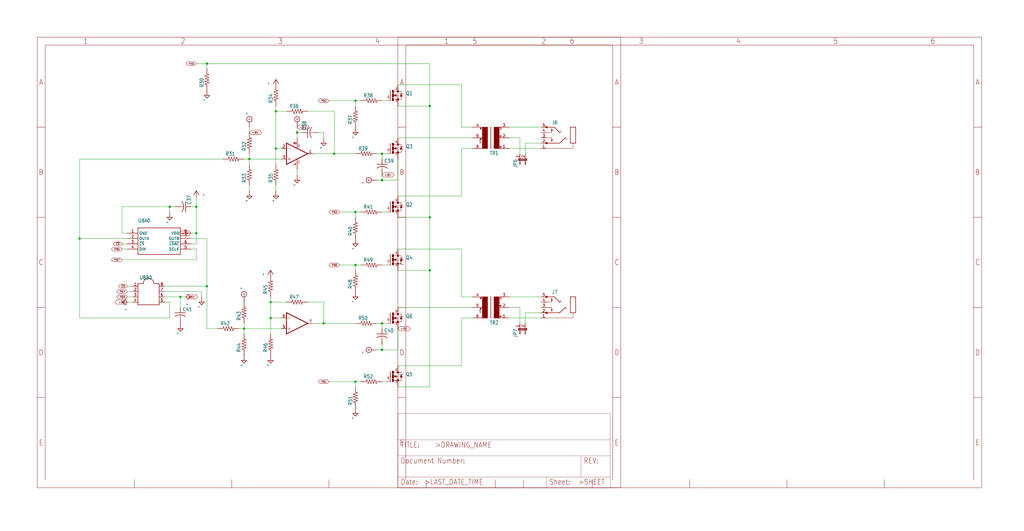
<source format=kicad_sch>
(kicad_sch (version 20211123) (generator eeschema)
  (paper "User" 490.22 254.406)
  (lib_symbols
    (symbol "mk312-eagle-import:+8V" (power)
      (property "Value" "+8V" (at -1.905 3.175 0))
      (symbol "+8V_1_0"
        (polyline (pts (xy -0.635 1.27) (xy 0.635 1.27)) (stroke (width 0.1524)))
        (polyline (pts (xy 0 0.635) (xy 0 1.905)) (stroke (width 0.1524)))
        (circle (center 0 1.27) (radius 1.27) (stroke (width 0.254)))
        (pin power_in line (at 0 -2.54 90) (length 2.54) (name "+8V") (number "1"))
      )
    )
    (symbol "mk312-eagle-import:+9V" (power)
      (property "Value" "+9V" (at -1.905 3.175 0))
      (symbol "+9V_1_0"
        (polyline (pts (xy -0.635 1.27) (xy 0.635 1.27)) (stroke (width 0.1524)))
        (polyline (pts (xy 0 0.635) (xy 0 1.905)) (stroke (width 0.1524)))
        (circle (center 0 1.27) (radius 1.27) (stroke (width 0.254)))
        (pin power_in line (at 0 -2.54 90) (length 2.54) (name "+9V") (number "1"))
      )
    )
    (symbol "mk312-eagle-import:42T?L"
      (property "Reference" "TR" (at -2.54 6.35 0))
      (property "Value" "42T?L" (at -2.54 -8.763 0))
      (symbol "42T?L_1_0"
        (circle (center -3.429 -0.762) (radius 0.127) (stroke (width 0.3048)))
        (circle (center -3.429 4.318) (radius 0.127) (stroke (width 0.3048)))
        (rectangle (start -2.794 -5.1308) (end -0.254 5.1308) (fill (type outline)))
        (polyline (pts (xy 1.27 5.207) (xy 1.27 -5.207)) (stroke (width 0.254)))
        (rectangle (start 2.794 -5.1308) (end 5.334 5.1308) (fill (type outline)))
        (circle (center 6.096 -4.445) (radius 0.127) (stroke (width 0.3048)))
        (circle (center 6.096 0.635) (radius 0.127) (stroke (width 0.3048)))
        (text "P" (at -4.191 -3.429 0) (effects (font (size 1.27 1.0795)) (justify left bottom)))
        (text "S" (at 5.715 2.667 0) (effects (font (size 1.27 1.0795)) (justify left bottom)))
        (pin passive line (at -7.62 5.08 0) (length 5.08) (name "1") (number "1"))
        (pin passive line (at -7.62 0 0) (length 5.08) (name "2") (number "2"))
        (pin passive line (at -7.62 -5.08 0) (length 5.08) (name "3") (number "3"))
        (pin passive line (at 10.16 -5.08 180) (length 5.08) (name "4") (number "4"))
        (pin passive line (at 10.16 0 180) (length 5.08) (name "5") (number "5"))
        (pin passive line (at 10.16 5.08 180) (length 5.08) (name "6") (number "6"))
      )
    )
    (symbol "mk312-eagle-import:C-US025-024X044"
      (property "Reference" "C" (at 1.016 0.635 0))
      (property "Value" "C-US025-024X044" (at 1.016 -4.191 0))
      (symbol "C-US025-024X044_1_0"
        (arc (start 0 -1.0161) (mid -1.302 -1.2303) (end -2.4668 -1.8504) (stroke (width 0.254)))
        (polyline (pts (xy -2.54 0) (xy 2.54 0)) (stroke (width 0.254)))
        (polyline (pts (xy 0 -1.016) (xy 0 -2.54)) (stroke (width 0.1524)))
        (arc (start 2.4892 -1.8542) (mid 1.3158 -1.2195) (end 0 -1) (stroke (width 0.254)))
        (pin passive line (at 0 2.54 270) (length 2.54) (name "1") (number "1"))
        (pin passive line (at 0 -5.08 90) (length 2.54) (name "2") (number "2"))
      )
    )
    (symbol "mk312-eagle-import:DIL8S"
      (property "Reference" "IC" (at -4.445 4.445 0))
      (property "Value" "DIL8S" (at -4.445 -8.89 0))
      (symbol "DIL8S_1_0"
        (polyline (pts (xy -5.08 -6.35) (xy 5.08 -6.35)) (stroke (width 0.254)))
        (polyline (pts (xy -5.08 3.81) (xy -5.08 -6.35)) (stroke (width 0.254)))
        (polyline (pts (xy -5.08 3.81) (xy -2.54 3.81)) (stroke (width 0.254)))
        (polyline (pts (xy 5.08 -6.35) (xy 5.08 3.81)) (stroke (width 0.254)))
        (polyline (pts (xy 5.08 3.81) (xy 2.54 3.81)) (stroke (width 0.254)))
        (arc (start 2.54 3.81) (mid 0 6.35) (end -2.54 3.81) (stroke (width 0.254)))
        (pin passive line (at -7.62 2.54 0) (length 2.54) (name "1") (number "1"))
        (pin passive line (at -7.62 0 0) (length 2.54) (name "2") (number "2"))
        (pin passive line (at -7.62 -2.54 0) (length 2.54) (name "3") (number "3"))
        (pin passive line (at -7.62 -5.08 0) (length 2.54) (name "4") (number "4"))
        (pin passive line (at 7.62 -5.08 180) (length 2.54) (name "5") (number "5"))
        (pin passive line (at 7.62 -2.54 180) (length 2.54) (name "6") (number "6"))
        (pin passive line (at 7.62 0 180) (length 2.54) (name "7") (number "7"))
        (pin passive line (at 7.62 2.54 180) (length 2.54) (name "8") (number "8"))
      )
    )
    (symbol "mk312-eagle-import:FRAME_A_L"
      (symbol "FRAME_A_L_0_0"
        (polyline (pts (xy 0 43.18) (xy 3.81 43.18)))
        (polyline (pts (xy 0 86.36) (xy 3.81 86.36)))
        (polyline (pts (xy 0 129.54) (xy 3.81 129.54)))
        (polyline (pts (xy 0 172.72) (xy 3.81 172.72)))
        (polyline (pts (xy 3.81 3.81) (xy 3.81 212.09)))
        (polyline (pts (xy 46.5667 0) (xy 46.5667 3.81)))
        (polyline (pts (xy 93.1333 0) (xy 93.1333 3.81)))
        (polyline (pts (xy 139.7 0) (xy 139.7 3.81)))
        (polyline (pts (xy 186.2667 0) (xy 186.2667 3.81)))
        (polyline (pts (xy 232.8333 0) (xy 232.8333 3.81)))
        (polyline (pts (xy 275.59 3.81) (xy 275.59 212.09)))
        (polyline (pts (xy 275.59 43.18) (xy 279.4 43.18)))
        (polyline (pts (xy 275.59 86.36) (xy 279.4 86.36)))
        (polyline (pts (xy 275.59 129.54) (xy 279.4 129.54)))
        (polyline (pts (xy 275.59 172.72) (xy 279.4 172.72)))
        (polyline (pts (xy 275.59 212.09) (xy 3.81 212.09)))
        (polyline (pts (xy 0 0) (xy 279.4 0) (xy 279.4 215.9) (xy 0 215.9) (xy 0 0)))
        (text "1" (at 23.2833 213.995 0) (effects (font (size 2.54 2.286))))
        (text "2" (at 69.85 213.995 0) (effects (font (size 2.54 2.286))))
        (text "3" (at 116.4167 213.995 0) (effects (font (size 2.54 2.286))))
        (text "4" (at 162.9833 213.995 0) (effects (font (size 2.54 2.286))))
        (text "5" (at 209.55 213.995 0) (effects (font (size 2.54 2.286))))
        (text "6" (at 256.1167 213.995 0) (effects (font (size 2.54 2.286))))
        (text "A" (at 1.905 194.31 0) (effects (font (size 2.54 2.286))))
        (text "A" (at 277.495 194.31 0) (effects (font (size 2.54 2.286))))
        (text "B" (at 1.905 151.13 0) (effects (font (size 2.54 2.286))))
        (text "B" (at 277.495 151.13 0) (effects (font (size 2.54 2.286))))
        (text "C" (at 1.905 107.95 0) (effects (font (size 2.54 2.286))))
        (text "C" (at 277.495 107.95 0) (effects (font (size 2.54 2.286))))
        (text "D" (at 1.905 64.77 0) (effects (font (size 2.54 2.286))))
        (text "D" (at 277.495 64.77 0) (effects (font (size 2.54 2.286))))
        (text "E" (at 1.905 21.59 0) (effects (font (size 2.54 2.286))))
        (text "E" (at 277.495 21.59 0) (effects (font (size 2.54 2.286))))
      )
      (symbol "FRAME_A_L_2_0"
        (polyline (pts (xy 0 0) (xy 0 5.08)) (stroke (width 0.1016)))
        (polyline (pts (xy 0 0) (xy 71.12 0)) (stroke (width 0.1016)))
        (polyline (pts (xy 0 5.08) (xy 0 15.24)) (stroke (width 0.1016)))
        (polyline (pts (xy 0 5.08) (xy 71.12 5.08)) (stroke (width 0.1016)))
        (polyline (pts (xy 0 15.24) (xy 0 22.86)) (stroke (width 0.1016)))
        (polyline (pts (xy 0 22.86) (xy 0 35.56)) (stroke (width 0.1016)))
        (polyline (pts (xy 0 22.86) (xy 101.6 22.86)) (stroke (width 0.1016)))
        (polyline (pts (xy 71.12 0) (xy 101.6 0)) (stroke (width 0.1016)))
        (polyline (pts (xy 71.12 5.08) (xy 71.12 0)) (stroke (width 0.1016)))
        (polyline (pts (xy 71.12 5.08) (xy 87.63 5.08)) (stroke (width 0.1016)))
        (polyline (pts (xy 87.63 5.08) (xy 101.6 5.08)) (stroke (width 0.1016)))
        (polyline (pts (xy 87.63 15.24) (xy 0 15.24)) (stroke (width 0.1016)))
        (polyline (pts (xy 87.63 15.24) (xy 87.63 5.08)) (stroke (width 0.1016)))
        (polyline (pts (xy 101.6 5.08) (xy 101.6 0)) (stroke (width 0.1016)))
        (polyline (pts (xy 101.6 15.24) (xy 87.63 15.24)) (stroke (width 0.1016)))
        (polyline (pts (xy 101.6 15.24) (xy 101.6 5.08)) (stroke (width 0.1016)))
        (polyline (pts (xy 101.6 22.86) (xy 101.6 15.24)) (stroke (width 0.1016)))
        (polyline (pts (xy 101.6 35.56) (xy 0 35.56)) (stroke (width 0.1016)))
        (polyline (pts (xy 101.6 35.56) (xy 101.6 22.86)) (stroke (width 0.1016)))
        (text ">DRAWING_NAME" (at 17.78 19.05 0) (effects (font (size 2.54 2.159)) (justify left bottom)))
        (text ">LAST_DATE_TIME" (at 12.7 1.27 0) (effects (font (size 2.54 2.159)) (justify left bottom)))
        (text ">SHEET" (at 86.36 1.27 0) (effects (font (size 2.54 2.159)) (justify left bottom)))
        (text "Date:" (at 1.27 1.27 0) (effects (font (size 2.54 2.159)) (justify left bottom)))
        (text "Document Number:" (at 1.27 11.43 0) (effects (font (size 2.54 2.159)) (justify left bottom)))
        (text "REV:" (at 88.9 11.43 0) (effects (font (size 2.54 2.159)) (justify left bottom)))
        (text "Sheet:" (at 72.39 1.27 0) (effects (font (size 2.54 2.159)) (justify left bottom)))
        (text "TITLE:" (at 1.27 19.05 0) (effects (font (size 2.54 2.159)) (justify left bottom)))
      )
    )
    (symbol "mk312-eagle-import:GND" (power)
      (property "Value" "GND" (at -1.905 -3.175 0))
      (symbol "GND_1_0"
        (polyline (pts (xy -1.27 0) (xy 1.27 0)) (stroke (width 0.254)))
        (polyline (pts (xy 0 -1.27) (xy -1.27 0)) (stroke (width 0.254)))
        (polyline (pts (xy 1.27 0) (xy 0 -1.27)) (stroke (width 0.254)))
        (pin power_in line (at 0 2.54 270) (length 2.54) (name "GND") (number "1"))
      )
    )
    (symbol "mk312-eagle-import:IRL530N-V"
      (property "Reference" "Q" (at 6.35 0 0))
      (property "Value" "IRL530N-V" (at 6.35 -2.54 0))
      (symbol "IRL530N-V_1_0"
        (rectangle (start -0.254 -2.54) (end 0.508 -1.27) (fill (type outline)))
        (rectangle (start -0.254 -0.889) (end 0.508 0.889) (fill (type outline)))
        (rectangle (start -0.254 1.27) (end 0.508 2.54) (fill (type outline)))
        (polyline (pts (xy -1.1176 -2.54) (xy -2.54 -2.54)) (stroke (width 0.1524)))
        (polyline (pts (xy -1.1176 2.413) (xy -1.1176 -2.54)) (stroke (width 0.254)))
        (polyline (pts (xy 0.508 -1.905) (xy 2.54 -1.905)) (stroke (width 0.1524)))
        (polyline (pts (xy 0.508 0) (xy 1.778 -0.508)) (stroke (width 0.1524)))
        (polyline (pts (xy 0.762 0) (xy 1.651 -0.254)) (stroke (width 0.3048)))
        (polyline (pts (xy 1.651 -0.254) (xy 1.651 0)) (stroke (width 0.3048)))
        (polyline (pts (xy 1.651 0) (xy 1.397 0)) (stroke (width 0.3048)))
        (polyline (pts (xy 1.651 0) (xy 2.54 0)) (stroke (width 0.1524)))
        (polyline (pts (xy 1.651 0.254) (xy 0.762 0)) (stroke (width 0.3048)))
        (polyline (pts (xy 1.778 -0.508) (xy 1.778 0.508)) (stroke (width 0.1524)))
        (polyline (pts (xy 1.778 0.508) (xy 0.508 0)) (stroke (width 0.1524)))
        (polyline (pts (xy 2.54 -1.905) (xy 2.54 -2.54)) (stroke (width 0.1524)))
        (polyline (pts (xy 2.54 0) (xy 2.54 -1.905)) (stroke (width 0.1524)))
        (polyline (pts (xy 2.54 1.905) (xy 0.5334 1.905)) (stroke (width 0.1524)))
        (polyline (pts (xy 2.54 1.905) (xy 4.1275 1.905)) (stroke (width 0.1524)))
        (polyline (pts (xy 2.54 2.54) (xy 2.54 1.905)) (stroke (width 0.1524)))
        (polyline (pts (xy 3.4925 0.762) (xy 3.2385 0.508)) (stroke (width 0.1524)))
        (polyline (pts (xy 3.4925 0.762) (xy 4.1275 0.762)) (stroke (width 0.1524)))
        (polyline (pts (xy 3.5719 -0.4763) (xy 4.1275 -0.4763)) (stroke (width 0.1524)))
        (polyline (pts (xy 4.1275 -1.905) (xy 2.54 -1.905)) (stroke (width 0.1524)))
        (polyline (pts (xy 4.1275 -0.4763) (xy 4.1275 -1.905)) (stroke (width 0.1524)))
        (polyline (pts (xy 4.1275 -0.4763) (xy 4.6831 -0.4763)) (stroke (width 0.1524)))
        (polyline (pts (xy 4.1275 0.762) (xy 3.5719 -0.4763)) (stroke (width 0.1524)))
        (polyline (pts (xy 4.1275 0.762) (xy 4.7625 0.762)) (stroke (width 0.1524)))
        (polyline (pts (xy 4.1275 1.905) (xy 4.1275 0.762)) (stroke (width 0.1524)))
        (polyline (pts (xy 4.6831 -0.4763) (xy 4.1275 0.762)) (stroke (width 0.1524)))
        (polyline (pts (xy 4.7625 0.762) (xy 5.0165 1.016)) (stroke (width 0.1524)))
        (polyline (pts (xy 4.1275 0.635) (xy 3.6513 -0.3969) (xy 4.6038 -0.3969)) (fill (type outline)))
        (circle (center 2.54 -1.905) (radius 0.127) (stroke (width 0.4064)))
        (circle (center 2.54 1.905) (radius 0.127) (stroke (width 0.4064)))
        (text "D" (at 1.27 2.54 0) (effects (font (size 1.016 0.8636)) (justify left bottom)))
        (text "G" (at -2.54 -1.27 0) (effects (font (size 1.016 0.8636)) (justify left bottom)))
        (text "S" (at 1.27 -3.175 0) (effects (font (size 1.016 0.8636)) (justify left bottom)))
        (pin passive line (at -2.54 -2.54 0) (length 0) (name "G") (number "1"))
        (pin passive line (at 2.54 5.08 270) (length 2.54) (name "D") (number "2"))
        (pin passive line (at 2.54 -5.08 90) (length 2.54) (name "S") (number "3"))
      )
    )
    (symbol "mk312-eagle-import:JP1E"
      (property "Reference" "JP" (at -1.27 0 90))
      (property "Value" "JP1E" (at 5.715 0 90))
      (symbol "JP1E_1_0"
        (polyline (pts (xy -0.635 0) (xy 3.175 0)) (stroke (width 0.4064)))
        (polyline (pts (xy -0.635 0.635) (xy -0.635 0)) (stroke (width 0.4064)))
        (polyline (pts (xy 0 0) (xy 0 1.27)) (stroke (width 0.1524)))
        (polyline (pts (xy 0 2.54) (xy 0 1.27)) (stroke (width 0.4064)))
        (polyline (pts (xy 2.54 0) (xy 2.54 1.27)) (stroke (width 0.1524)))
        (polyline (pts (xy 2.54 2.54) (xy 2.54 1.27)) (stroke (width 0.4064)))
        (polyline (pts (xy 3.175 0) (xy 3.175 0.635)) (stroke (width 0.4064)))
        (polyline (pts (xy 3.175 0.635) (xy -0.635 0.635)) (stroke (width 0.4064)))
        (pin passive line (at 0 -2.54 90) (length 2.54) (name "1") (number "1"))
        (pin passive line (at 2.54 -2.54 90) (length 2.54) (name "2") (number "2"))
      )
    )
    (symbol "mk312-eagle-import:LM358N"
      (symbol "LM358N_1_0"
        (polyline (pts (xy -5.08 -5.08) (xy 5.08 0)) (stroke (width 0.4064)))
        (polyline (pts (xy -5.08 5.08) (xy -5.08 -5.08)) (stroke (width 0.4064)))
        (polyline (pts (xy -4.445 -2.54) (xy -3.175 -2.54)) (stroke (width 0.1524)))
        (polyline (pts (xy -4.445 2.54) (xy -3.175 2.54)) (stroke (width 0.1524)))
        (polyline (pts (xy -3.81 3.175) (xy -3.81 1.905)) (stroke (width 0.1524)))
        (polyline (pts (xy 5.08 0) (xy -5.08 5.08)) (stroke (width 0.4064)))
        (pin output line (at 7.62 0 180) (length 2.54) (name "OUT") (number "1"))
        (pin input line (at -7.62 -2.54 0) (length 2.54) (name "-IN") (number "2"))
        (pin input line (at -7.62 2.54 0) (length 2.54) (name "+IN") (number "3"))
      )
      (symbol "LM358N_2_0"
        (polyline (pts (xy -5.08 -5.08) (xy 5.08 0)) (stroke (width 0.4064)))
        (polyline (pts (xy -5.08 5.08) (xy -5.08 -5.08)) (stroke (width 0.4064)))
        (polyline (pts (xy -4.445 -2.54) (xy -3.175 -2.54)) (stroke (width 0.1524)))
        (polyline (pts (xy -4.445 2.54) (xy -3.175 2.54)) (stroke (width 0.1524)))
        (polyline (pts (xy -3.81 3.175) (xy -3.81 1.905)) (stroke (width 0.1524)))
        (polyline (pts (xy 5.08 0) (xy -5.08 5.08)) (stroke (width 0.4064)))
        (pin input line (at -7.62 2.54 0) (length 2.54) (name "+IN") (number "5"))
        (pin input line (at -7.62 -2.54 0) (length 2.54) (name "-IN") (number "6"))
        (pin output line (at 7.62 0 180) (length 2.54) (name "OUT") (number "7"))
      )
      (symbol "LM358N_3_0"
        (text "V+" (at 1.27 3.175 900) (effects (font (size 0.8128 0.6908)) (justify left bottom)))
        (text "V-" (at 1.27 -4.445 900) (effects (font (size 0.8128 0.6908)) (justify left bottom)))
        (pin power_in line (at 0 -7.62 90) (length 5.08) (name "V-") (number "4"))
        (pin power_in line (at 0 7.62 270) (length 5.08) (name "V+") (number "8"))
      )
    )
    (symbol "mk312-eagle-import:MAX548"
      (property "Value" "MAX548" (at -7.62 7.62 0))
      (symbol "MAX548_1_0"
        (polyline (pts (xy -7.62 -7.62) (xy -7.62 5.08)) (stroke (width 0.254)))
        (polyline (pts (xy -7.62 5.08) (xy 12.7 5.08)) (stroke (width 0.254)))
        (polyline (pts (xy 12.7 -7.62) (xy -7.62 -7.62)) (stroke (width 0.254)))
        (polyline (pts (xy 12.7 5.08) (xy 12.7 -7.62)) (stroke (width 0.254)))
        (pin bidirectional line (at -12.7 2.54 0) (length 5.08) (name "GND") (number "1"))
        (pin bidirectional line (at -12.7 0 0) (length 5.08) (name "OUTA") (number "2"))
        (pin bidirectional line (at -12.7 -2.54 0) (length 5.08) (name "~{CS}") (number "3"))
        (pin bidirectional line (at -12.7 -5.08 0) (length 5.08) (name "DIN") (number "4"))
        (pin bidirectional line (at 17.78 -5.08 180) (length 5.08) (name "SCLK") (number "5"))
        (pin bidirectional line (at 17.78 -2.54 180) (length 5.08) (name "~{LDAC}") (number "6"))
        (pin bidirectional line (at 17.78 0 180) (length 5.08) (name "OUTB") (number "7"))
        (pin bidirectional line (at 17.78 2.54 180) (length 5.08) (name "VDD") (number "8"))
      )
    )
    (symbol "mk312-eagle-import:R-US_0207{slash}10"
      (property "Reference" "R" (at -3.81 1.4986 0))
      (property "Value" "R-US_0207{slash}10" (at -3.81 -3.302 0))
      (symbol "R-US_0207{slash}10_1_0"
        (polyline (pts (xy -2.54 0) (xy -2.159 1.016)) (stroke (width 0.2032)))
        (polyline (pts (xy -2.159 1.016) (xy -1.524 -1.016)) (stroke (width 0.2032)))
        (polyline (pts (xy -1.524 -1.016) (xy -0.889 1.016)) (stroke (width 0.2032)))
        (polyline (pts (xy -0.889 1.016) (xy -0.254 -1.016)) (stroke (width 0.2032)))
        (polyline (pts (xy -0.254 -1.016) (xy 0.381 1.016)) (stroke (width 0.2032)))
        (polyline (pts (xy 0.381 1.016) (xy 1.016 -1.016)) (stroke (width 0.2032)))
        (polyline (pts (xy 1.016 -1.016) (xy 1.651 1.016)) (stroke (width 0.2032)))
        (polyline (pts (xy 1.651 1.016) (xy 2.286 -1.016)) (stroke (width 0.2032)))
        (polyline (pts (xy 2.286 -1.016) (xy 2.54 0)) (stroke (width 0.2032)))
        (pin passive line (at -5.08 0 0) (length 2.54) (name "1") (number "1"))
        (pin passive line (at 5.08 0 180) (length 2.54) (name "2") (number "2"))
      )
    )
    (symbol "mk312-eagle-import:R-US_0309{slash}12"
      (property "Reference" "R" (at -3.81 1.4986 0))
      (property "Value" "R-US_0309{slash}12" (at -3.81 -3.302 0))
      (symbol "R-US_0309{slash}12_1_0"
        (polyline (pts (xy -2.54 0) (xy -2.159 1.016)) (stroke (width 0.2032)))
        (polyline (pts (xy -2.159 1.016) (xy -1.524 -1.016)) (stroke (width 0.2032)))
        (polyline (pts (xy -1.524 -1.016) (xy -0.889 1.016)) (stroke (width 0.2032)))
        (polyline (pts (xy -0.889 1.016) (xy -0.254 -1.016)) (stroke (width 0.2032)))
        (polyline (pts (xy -0.254 -1.016) (xy 0.381 1.016)) (stroke (width 0.2032)))
        (polyline (pts (xy 0.381 1.016) (xy 1.016 -1.016)) (stroke (width 0.2032)))
        (polyline (pts (xy 1.016 -1.016) (xy 1.651 1.016)) (stroke (width 0.2032)))
        (polyline (pts (xy 1.651 1.016) (xy 2.286 -1.016)) (stroke (width 0.2032)))
        (polyline (pts (xy 2.286 -1.016) (xy 2.54 0)) (stroke (width 0.2032)))
        (pin passive line (at -5.08 0 0) (length 2.54) (name "1") (number "1"))
        (pin passive line (at 5.08 0 180) (length 2.54) (name "2") (number "2"))
      )
    )
    (symbol "mk312-eagle-import:STEREOJACK"
      (property "Reference" "X" (at -7.62 3.81 0))
      (property "Value" "STEREOJACK" (at -7.62 -10.16 0))
      (symbol "STEREOJACK_1_0"
        (circle (center -10.16 -5.08) (radius 0.127) (stroke (width 0.4064)))
        (circle (center -10.16 2.54) (radius 0.127) (stroke (width 0.4064)))
        (polyline (pts (xy -10.16 -5.08) (xy -3.81 -5.08)) (stroke (width 0.254)))
        (polyline (pts (xy -10.16 -2.54) (xy -7.62 -2.54)) (stroke (width 0.1524)))
        (polyline (pts (xy -10.16 0) (xy -7.62 0)) (stroke (width 0.1524)))
        (polyline (pts (xy -10.16 2.54) (xy -6.35 2.54)) (stroke (width 0.254)))
        (polyline (pts (xy -8.001 -3.429) (xy -7.239 -3.429)) (stroke (width 0.1524)))
        (polyline (pts (xy -8.001 0.762) (xy -7.239 0.762)) (stroke (width 0.1524)))
        (polyline (pts (xy -7.62 -4.445) (xy -8.001 -3.429)) (stroke (width 0.1524)))
        (polyline (pts (xy -7.62 -2.54) (xy -7.62 -4.445)) (stroke (width 0.1524)))
        (polyline (pts (xy -7.62 0) (xy -7.62 1.905)) (stroke (width 0.1524)))
        (polyline (pts (xy -7.62 1.905) (xy -8.001 0.762)) (stroke (width 0.1524)))
        (polyline (pts (xy -7.239 -3.429) (xy -7.62 -4.445)) (stroke (width 0.1524)))
        (polyline (pts (xy -7.239 0.762) (xy -7.62 1.905)) (stroke (width 0.1524)))
        (polyline (pts (xy -6.35 2.54) (xy -3.81 0)) (stroke (width 0.254)))
        (polyline (pts (xy -3.81 0) (xy -3.175 0.635)) (stroke (width 0.254)))
        (polyline (pts (xy -1.27 -2.54) (xy -3.81 -5.08)) (stroke (width 0.254)))
        (polyline (pts (xy -0.635 -3.175) (xy -1.27 -2.54)) (stroke (width 0.254)))
        (polyline (pts (xy 1.27 -5.08) (xy 1.27 2.54)) (stroke (width 0.254)))
        (polyline (pts (xy 1.27 -5.08) (xy 2.54 -5.08)) (stroke (width 0.254)))
        (polyline (pts (xy 1.27 2.54) (xy 3.81 2.54)) (stroke (width 0.254)))
        (polyline (pts (xy 2.54 -7.62) (xy -10.16 -7.62)) (stroke (width 0.1524)))
        (polyline (pts (xy 2.54 -5.08) (xy 2.54 -7.62)) (stroke (width 0.1524)))
        (polyline (pts (xy 2.54 -5.08) (xy 3.81 -5.08)) (stroke (width 0.254)))
        (polyline (pts (xy 3.81 -5.08) (xy 3.81 2.54)) (stroke (width 0.254)))
        (pin passive line (at -12.7 -7.62 0) (length 2.54) (name "1") (number "1"))
        (pin passive line (at -12.7 -5.08 0) (length 2.54) (name "2") (number "2"))
        (pin passive line (at -12.7 -2.54 0) (length 2.54) (name "3") (number "3"))
        (pin passive line (at -12.7 0 0) (length 2.54) (name "4") (number "4"))
        (pin passive line (at -12.7 2.54 0) (length 2.54) (name "5") (number "5"))
      )
    )
    (symbol "mk312-eagle-import:VCC" (power)
      (property "Value" "VCC" (at -2.54 -2.54 90))
      (symbol "VCC_1_0"
        (polyline (pts (xy 0 0) (xy -1.27 -1.905)) (stroke (width 0.254)))
        (polyline (pts (xy 1.27 -1.905) (xy 0 0)) (stroke (width 0.254)))
        (pin power_in line (at 0 -2.54 90) (length 2.54) (name "VCC") (number "1"))
      )
    )
  )
  (junction (at 182.88 167.64))
  (junction (at 182.88 86.36))
  (junction (at 132.08 71.12))
  (junction (at 160.02 73.66))
  (junction (at 93.98 111.76))
  (junction (at 170.18 101.6))
  (junction (at 170.18 182.88))
  (junction (at 170.18 48.26))
  (junction (at 182.88 73.66))
  (junction (at 205.74 104.14))
  (junction (at 129.54 144.78))
  (junction (at 170.18 127))
  (junction (at 132.08 53.34))
  (junction (at 205.74 50.8))
  (junction (at 182.88 154.94))
  (junction (at 129.54 152.4))
  (junction (at 142.24 63.5))
  (junction (at 38.1 114.3))
  (junction (at 205.74 129.54))
  (junction (at 86.36 142.24))
  (junction (at 99.06 137.16))
  (junction (at 81.28 99.06))
  (junction (at 116.84 157.48))
  (junction (at 93.98 99.06))
  (junction (at 119.38 76.2))
  (junction (at 99.06 30.48))
  (junction (at 154.94 154.94))
  (wire (pts (xy 220.98 119.38) (xy 220.98 142.24)))
  (wire (pts (xy 205.74 129.54) (xy 190.5 129.54)))
  (wire (pts (xy 99.06 114.3) (xy 99.06 137.16)))
  (wire (pts (xy 99.06 30.48) (xy 205.74 30.48)))
  (wire (pts (xy 170.18 48.26) (xy 172.72 48.26)))
  (wire (pts (xy 60.96 111.76) (xy 58.42 111.76)))
  (wire (pts (xy 137.16 53.34) (xy 132.08 53.34)))
  (wire (pts (xy 93.98 124.46) (xy 93.98 119.38)))
  (wire (pts (xy 116.84 160.02) (xy 116.84 157.48)))
  (wire (pts (xy 226.06 147.32) (xy 190.5 147.32)))
  (wire (pts (xy 149.86 73.66) (xy 160.02 73.66)))
  (wire (pts (xy 248.92 73.66) (xy 248.92 66.04)))
  (wire (pts (xy 58.42 116.84) (xy 60.96 116.84)))
  (wire (pts (xy 129.54 160.02) (xy 129.54 152.4)))
  (wire (pts (xy 144.78 63.5) (xy 142.24 63.5)))
  (wire (pts (xy 182.88 83.82) (xy 182.88 86.36)))
  (wire (pts (xy 182.88 76.2) (xy 182.88 73.66)))
  (wire (pts (xy 180.34 167.64) (xy 182.88 167.64)))
  (wire (pts (xy 119.38 91.44) (xy 119.38 88.9)))
  (wire (pts (xy 132.08 71.12) (xy 134.62 71.12)))
  (wire (pts (xy 182.88 86.36) (xy 180.34 86.36)))
  (wire (pts (xy 182.88 48.26) (xy 185.42 48.26)))
  (wire (pts (xy 149.86 154.94) (xy 154.94 154.94)))
  (wire (pts (xy 104.14 157.48) (xy 99.06 157.48)))
  (wire (pts (xy 170.18 127) (xy 162.56 127)))
  (wire (pts (xy 38.1 114.3) (xy 38.1 76.2)))
  (wire (pts (xy 132.08 50.8) (xy 132.08 53.34)))
  (wire (pts (xy 170.18 101.6) (xy 172.72 101.6)))
  (wire (pts (xy 63.5 142.24) (xy 60.96 142.24)))
  (wire (pts (xy 154.94 154.94) (xy 170.18 154.94)))
  (wire (pts (xy 78.74 144.78) (xy 81.28 144.78)))
  (wire (pts (xy 170.18 50.8) (xy 170.18 48.26)))
  (wire (pts (xy 226.06 66.04) (xy 190.5 66.04)))
  (wire (pts (xy 119.38 76.2) (xy 119.38 73.66)))
  (wire (pts (xy 93.98 111.76) (xy 93.98 99.06)))
  (wire (pts (xy 170.18 101.6) (xy 162.56 101.6)))
  (wire (pts (xy 182.88 127) (xy 185.42 127)))
  (wire (pts (xy 60.96 114.3) (xy 38.1 114.3)))
  (wire (pts (xy 91.44 99.06) (xy 93.98 99.06)))
  (wire (pts (xy 190.5 93.98) (xy 220.98 93.98)))
  (wire (pts (xy 60.96 144.78) (xy 63.5 144.78)))
  (wire (pts (xy 220.98 93.98) (xy 220.98 71.12)))
  (wire (pts (xy 243.84 60.96) (xy 259.08 60.96)))
  (wire (pts (xy 134.62 157.48) (xy 116.84 157.48)))
  (wire (pts (xy 251.46 154.94) (xy 251.46 149.86)))
  (wire (pts (xy 251.46 73.66) (xy 251.46 68.58)))
  (wire (pts (xy 142.24 60.96) (xy 142.24 63.5)))
  (wire (pts (xy 119.38 78.74) (xy 119.38 76.2)))
  (wire (pts (xy 119.38 63.5) (xy 119.38 60.96)))
  (wire (pts (xy 147.32 53.34) (xy 160.02 53.34)))
  (wire (pts (xy 63.5 137.16) (xy 60.96 137.16)))
  (wire (pts (xy 58.42 111.76) (xy 58.42 99.06)))
  (wire (pts (xy 114.3 157.48) (xy 116.84 157.48)))
  (wire (pts (xy 93.98 119.38) (xy 91.44 119.38)))
  (wire (pts (xy 190.5 50.8) (xy 205.74 50.8)))
  (wire (pts (xy 160.02 73.66) (xy 170.18 73.66)))
  (wire (pts (xy 170.18 182.88) (xy 157.48 182.88)))
  (wire (pts (xy 190.5 119.38) (xy 220.98 119.38)))
  (wire (pts (xy 170.18 104.14) (xy 170.18 101.6)))
  (wire (pts (xy 170.18 48.26) (xy 157.48 48.26)))
  (wire (pts (xy 132.08 78.74) (xy 132.08 71.12)))
  (wire (pts (xy 190.5 86.36) (xy 182.88 86.36)))
  (wire (pts (xy 190.5 76.2) (xy 190.5 86.36)))
  (wire (pts (xy 190.5 157.48) (xy 190.5 167.64)))
  (wire (pts (xy 142.24 63.5) (xy 142.24 66.04)))
  (wire (pts (xy 129.54 144.78) (xy 137.16 144.78)))
  (wire (pts (xy 142.24 81.28) (xy 142.24 83.82)))
  (wire (pts (xy 243.84 71.12) (xy 259.08 71.12)))
  (wire (pts (xy 182.88 165.1) (xy 182.88 167.64)))
  (wire (pts (xy 182.88 154.94) (xy 180.34 154.94)))
  (wire (pts (xy 91.44 111.76) (xy 93.98 111.76)))
  (wire (pts (xy 248.92 154.94) (xy 248.92 147.32)))
  (wire (pts (xy 251.46 149.86) (xy 259.08 149.86)))
  (wire (pts (xy 182.88 101.6) (xy 185.42 101.6)))
  (wire (pts (xy 86.36 147.32) (xy 86.36 142.24)))
  (wire (pts (xy 190.5 175.26) (xy 220.98 175.26)))
  (wire (pts (xy 205.74 185.42) (xy 205.74 129.54)))
  (wire (pts (xy 83.82 99.06) (xy 81.28 99.06)))
  (wire (pts (xy 185.42 154.94) (xy 182.88 154.94)))
  (wire (pts (xy 132.08 53.34) (xy 132.08 71.12)))
  (wire (pts (xy 190.5 40.64) (xy 220.98 40.64)))
  (wire (pts (xy 38.1 152.4) (xy 38.1 114.3)))
  (wire (pts (xy 119.38 76.2) (xy 134.62 76.2)))
  (wire (pts (xy 63.5 139.7) (xy 60.96 139.7)))
  (wire (pts (xy 81.28 152.4) (xy 38.1 152.4)))
  (wire (pts (xy 78.74 137.16) (xy 99.06 137.16)))
  (wire (pts (xy 132.08 91.44) (xy 132.08 88.9)))
  (wire (pts (xy 182.88 157.48) (xy 182.88 154.94)))
  (wire (pts (xy 60.96 119.38) (xy 58.42 119.38)))
  (wire (pts (xy 226.06 60.96) (xy 220.98 60.96)))
  (wire (pts (xy 243.84 152.4) (xy 259.08 152.4)))
  (wire (pts (xy 154.94 63.5) (xy 152.4 63.5)))
  (wire (pts (xy 81.28 144.78) (xy 81.28 152.4)))
  (wire (pts (xy 251.46 68.58) (xy 259.08 68.58)))
  (wire (pts (xy 170.18 129.54) (xy 170.18 127)))
  (wire (pts (xy 154.94 144.78) (xy 147.32 144.78)))
  (wire (pts (xy 154.94 66.04) (xy 154.94 63.5)))
  (wire (pts (xy 190.5 185.42) (xy 205.74 185.42)))
  (wire (pts (xy 226.06 71.12) (xy 220.98 71.12)))
  (wire (pts (xy 91.44 116.84) (xy 93.98 116.84)))
  (wire (pts (xy 129.54 152.4) (xy 129.54 144.78)))
  (wire (pts (xy 134.62 152.4) (xy 129.54 152.4)))
  (wire (pts (xy 96.52 139.7) (xy 96.52 142.24)))
  (wire (pts (xy 88.9 142.24) (xy 86.36 142.24)))
  (wire (pts (xy 185.42 73.66) (xy 182.88 73.66)))
  (wire (pts (xy 93.98 99.06) (xy 93.98 93.98)))
  (wire (pts (xy 226.06 152.4) (xy 220.98 152.4)))
  (wire (pts (xy 99.06 33.02) (xy 99.06 30.48)))
  (wire (pts (xy 220.98 40.64) (xy 220.98 60.96)))
  (wire (pts (xy 205.74 104.14) (xy 190.5 104.14)))
  (wire (pts (xy 170.18 182.88) (xy 172.72 182.88)))
  (wire (pts (xy 38.1 76.2) (xy 106.68 76.2)))
  (wire (pts (xy 129.54 142.24) (xy 129.54 144.78)))
  (wire (pts (xy 182.88 73.66) (xy 180.34 73.66)))
  (wire (pts (xy 116.84 157.48) (xy 116.84 154.94)))
  (wire (pts (xy 160.02 53.34) (xy 160.02 73.66)))
  (wire (pts (xy 93.98 30.48) (xy 99.06 30.48)))
  (wire (pts (xy 190.5 167.64) (xy 182.88 167.64)))
  (wire (pts (xy 93.98 116.84) (xy 93.98 111.76)))
  (wire (pts (xy 226.06 142.24) (xy 220.98 142.24)))
  (wire (pts (xy 58.42 99.06) (xy 81.28 99.06)))
  (wire (pts (xy 248.92 147.32) (xy 243.84 147.32)))
  (wire (pts (xy 91.44 114.3) (xy 99.06 114.3)))
  (wire (pts (xy 205.74 129.54) (xy 205.74 104.14)))
  (wire (pts (xy 205.74 50.8) (xy 205.74 104.14)))
  (wire (pts (xy 116.84 76.2) (xy 119.38 76.2)))
  (wire (pts (xy 99.06 137.16) (xy 99.06 157.48)))
  (wire (pts (xy 58.42 124.46) (xy 93.98 124.46)))
  (wire (pts (xy 220.98 175.26) (xy 220.98 152.4)))
  (wire (pts (xy 81.28 99.06) (xy 81.28 101.6)))
  (wire (pts (xy 78.74 139.7) (xy 96.52 139.7)))
  (wire (pts (xy 154.94 144.78) (xy 154.94 154.94)))
  (wire (pts (xy 205.74 30.48) (xy 205.74 50.8)))
  (wire (pts (xy 86.36 142.24) (xy 78.74 142.24)))
  (wire (pts (xy 172.72 127) (xy 170.18 127)))
  (wire (pts (xy 248.92 66.04) (xy 243.84 66.04)))
  (wire (pts (xy 243.84 142.24) (xy 259.08 142.24)))
  (wire (pts (xy 182.88 182.88) (xy 185.42 182.88)))
  (wire (pts (xy 170.18 185.42) (xy 170.18 182.88)))
  (global_label "PB3" (shape bidirectional) (at 162.56 101.6 180) (effects (font (size 0.889 0.889))) (property "Intersheet References" "${INTERSHEET_REFS}" (effects hide)))
  (global_label "~{CS}" (shape bidirectional) (at 58.42 116.84 180) (effects (font (size 0.889 0.889))) (property "Intersheet References" "${INTERSHEET_REFS}" (effects hide)))
  (global_label "+9V" (shape bidirectional) (at 190.5 157.48 0) (effects (font (size 1.016 1.016))) (property "Intersheet References" "${INTERSHEET_REFS}" (effects hide)))
  (global_label "PB2" (shape bidirectional) (at 157.48 48.26 180) (effects (font (size 0.889 0.889))) (property "Intersheet References" "${INTERSHEET_REFS}" (effects hide)))
  (global_label "+5V" (shape bidirectional) (at 91.44 111.76 180) (effects (font (size 1.016 1.016))) (property "Intersheet References" "${INTERSHEET_REFS}" (effects hide)))
  (global_label "+5V" (shape bidirectional) (at 88.9 142.24 0) (effects (font (size 1.016 1.016))) (property "Intersheet References" "${INTERSHEET_REFS}" (effects hide)))
  (global_label "+8V" (shape bidirectional) (at 182.88 83.82 0) (effects (font (size 1.016 1.016))) (property "Intersheet References" "${INTERSHEET_REFS}" (effects hide)))
  (global_label "PB7" (shape bidirectional) (at 60.96 139.7 180) (effects (font (size 0.889 0.889))) (property "Intersheet References" "${INTERSHEET_REFS}" (effects hide)))
  (global_label "+8V" (shape bidirectional) (at 119.38 63.5 0) (effects (font (size 1.016 1.016))) (property "Intersheet References" "${INTERSHEET_REFS}" (effects hide)))
  (global_label "PB0" (shape bidirectional) (at 162.56 127 180) (effects (font (size 0.889 0.889))) (property "Intersheet References" "${INTERSHEET_REFS}" (effects hide)))
  (global_label "PB5" (shape bidirectional) (at 60.96 142.24 180) (effects (font (size 0.889 0.889))) (property "Intersheet References" "${INTERSHEET_REFS}" (effects hide)))
  (global_label "PB5" (shape bidirectional) (at 58.42 119.38 180) (effects (font (size 0.889 0.889))) (property "Intersheet References" "${INTERSHEET_REFS}" (effects hide)))
  (global_label "+5V" (shape bidirectional) (at 60.96 144.78 180) (effects (font (size 1.016 1.016))) (property "Intersheet References" "${INTERSHEET_REFS}" (effects hide)))
  (global_label "PB1" (shape bidirectional) (at 157.48 182.88 180) (effects (font (size 0.889 0.889))) (property "Intersheet References" "${INTERSHEET_REFS}" (effects hide)))
  (global_label "+8V" (shape bidirectional) (at 142.24 60.96 0) (effects (font (size 1.016 1.016))) (property "Intersheet References" "${INTERSHEET_REFS}" (effects hide)))
  (global_label "~{CS}" (shape bidirectional) (at 60.96 137.16 180) (effects (font (size 0.889 0.889))) (property "Intersheet References" "${INTERSHEET_REFS}" (effects hide)))
  (global_label "PA0" (shape bidirectional) (at 93.98 30.48 180) (effects (font (size 0.889 0.889))) (property "Intersheet References" "${INTERSHEET_REFS}" (effects hide)))
  (global_label "PB7" (shape bidirectional) (at 58.42 124.46 180) (effects (font (size 0.889 0.889))) (property "Intersheet References" "${INTERSHEET_REFS}" (effects hide)))
  (symbol (lib_id "mk312-eagle-import:IRL530N-V") (at 187.96 152.4 0) (unit 1)
    (property "Reference" "Q6" (at 194.31 152.4 0) (effects (font (size 1.778 1.5113)) (justify left bottom)))
  )
  (symbol (lib_id "mk312-eagle-import:GND") (at 129.54 172.72 0) (unit 1)
    (property "Reference" "#GND14" (effects hide))
  )
  (symbol (lib_id "mk312-eagle-import:R-US_0207{slash}10") (at 177.8 182.88 0) (unit 1)
    (property "Reference" "R52" (at 173.99 181.3814 0) (effects (font (size 1.778 1.5113)) (justify left bottom)))
  )
  (symbol (lib_id "mk312-eagle-import:R-US_0207{slash}10") (at 111.76 76.2 0) (unit 1)
    (property "Reference" "R31" (at 107.95 74.7014 0) (effects (font (size 1.778 1.5113)) (justify left bottom)))
  )
  (symbol (lib_id "mk312-eagle-import:IRL530N-V") (at 187.96 71.12 0) (unit 1)
    (property "Reference" "Q3" (at 194.31 71.12 0) (effects (font (size 1.778 1.5113)) (justify left bottom)))
  )
  (symbol (lib_id "mk312-eagle-import:C-US025-024X044") (at 88.9 99.06 270) (mirror x) (unit 1)
    (property "Reference" "C37" (at 89.535 98.044 0) (effects (font (size 1.778 1.5113)) (justify left bottom)))
  )
  (symbol (lib_id "mk312-eagle-import:GND") (at 170.18 116.84 0) (unit 1)
    (property "Reference" "#GND6" (effects hide))
  )
  (symbol (lib_id "mk312-eagle-import:FRAME_A_L") (at 17.78 233.68 0) (unit 1)
    (property "Reference" "#FRAME4" (effects hide))
  )
  (symbol (lib_id "mk312-eagle-import:42T?L") (at 236.22 66.04 180) (unit 1)
    (property "Reference" "TR1" (at 238.76 72.39 0) (effects (font (size 1.778 1.5113)) (justify left bottom)))
  )
  (symbol (lib_id "mk312-eagle-import:R-US_0207{slash}10") (at 177.8 101.6 0) (unit 1)
    (property "Reference" "R41" (at 173.99 100.1014 0) (effects (font (size 1.778 1.5113)) (justify left bottom)))
  )
  (symbol (lib_id "mk312-eagle-import:JP1E") (at 248.92 76.2 0) (mirror x) (unit 1)
    (property "Reference" "JP6" (at 247.65 76.2 90) (effects (font (size 1.778 1.5113)) (justify left bottom)))
  )
  (symbol (lib_id "mk312-eagle-import:R-US_0309{slash}12") (at 99.06 38.1 90) (unit 1)
    (property "Reference" "R30" (at 97.5614 41.91 0) (effects (font (size 1.778 1.5113)) (justify left bottom)))
  )
  (symbol (lib_id "mk312-eagle-import:GND") (at 81.28 104.14 0) (unit 1)
    (property "Reference" "#GND80" (effects hide))
  )
  (symbol (lib_id "mk312-eagle-import:LM358N") (at 142.24 73.66 0) (unit 3)
    (property "Reference" "U10" (effects hide))
  )
  (symbol (lib_id "mk312-eagle-import:GND") (at 119.38 93.98 0) (unit 1)
    (property "Reference" "#GND10" (effects hide))
  )
  (symbol (lib_id "mk312-eagle-import:GND") (at 132.08 93.98 0) (unit 1)
    (property "Reference" "#GND11" (effects hide))
  )
  (symbol (lib_id "mk312-eagle-import:MAX548") (at 73.66 114.3 0) (unit 1)
    (property "Reference" "U8A0" (at 66.04 106.68 0) (effects (font (size 1.778 1.5113)) (justify left bottom)))
  )
  (symbol (lib_id "mk312-eagle-import:GND") (at 116.84 172.72 0) (unit 1)
    (property "Reference" "#GND13" (effects hide))
  )
  (symbol (lib_id "mk312-eagle-import:IRL530N-V") (at 187.96 45.72 0) (unit 1)
    (property "Reference" "Q1" (at 194.31 45.72 0) (effects (font (size 1.778 1.5113)) (justify left bottom)))
  )
  (symbol (lib_id "mk312-eagle-import:R-US_0207{slash}10") (at 116.84 149.86 90) (unit 1)
    (property "Reference" "R43" (at 115.3414 153.67 0) (effects (font (size 1.778 1.5113)) (justify left bottom)))
  )
  (symbol (lib_id "mk312-eagle-import:R-US_0207{slash}10") (at 129.54 137.16 90) (unit 1)
    (property "Reference" "R45" (at 128.0414 140.97 0) (effects (font (size 1.778 1.5113)) (justify left bottom)))
  )
  (symbol (lib_id "mk312-eagle-import:IRL530N-V") (at 187.96 180.34 0) (unit 1)
    (property "Reference" "Q5" (at 194.31 180.34 0) (effects (font (size 1.778 1.5113)) (justify left bottom)))
  )
  (symbol (lib_id "mk312-eagle-import:GND") (at 86.36 157.48 0) (unit 1)
    (property "Reference" "#GND24" (effects hide))
  )
  (symbol (lib_id "mk312-eagle-import:GND") (at 170.18 198.12 0) (unit 1)
    (property "Reference" "#GND15" (effects hide))
  )
  (symbol (lib_id "mk312-eagle-import:R-US_0207{slash}10") (at 109.22 157.48 0) (unit 1)
    (property "Reference" "R42" (at 105.41 155.9814 0) (effects (font (size 1.778 1.5113)) (justify left bottom)))
  )
  (symbol (lib_id "mk312-eagle-import:IRL530N-V") (at 187.96 124.46 0) (unit 1)
    (property "Reference" "Q4" (at 194.31 124.46 0) (effects (font (size 1.778 1.5113)) (justify left bottom)))
  )
  (symbol (lib_id "mk312-eagle-import:VCC") (at 132.08 38.1 0) (unit 1)
    (property "Reference" "#P+3" (effects hide))
  )
  (symbol (lib_id "mk312-eagle-import:R-US_0207{slash}10") (at 170.18 134.62 90) (unit 1)
    (property "Reference" "R48" (at 168.6814 138.43 0) (effects (font (size 1.778 1.5113)) (justify left bottom)))
  )
  (symbol (lib_id "mk312-eagle-import:C-US025-024X044") (at 182.88 160.02 0) (unit 1)
    (property "Reference" "C40" (at 183.896 159.385 0) (effects (font (size 1.778 1.5113)) (justify left bottom)))
  )
  (symbol (lib_id "mk312-eagle-import:C-US025-024X044") (at 182.88 78.74 0) (unit 1)
    (property "Reference" "C39" (at 183.896 78.105 0) (effects (font (size 1.778 1.5113)) (justify left bottom)))
  )
  (symbol (lib_id "mk312-eagle-import:+8V") (at 177.8 86.36 90) (unit 1)
    (property "Reference" "#SUPPLY2" (effects hide))
  )
  (symbol (lib_id "mk312-eagle-import:R-US_0207{slash}10") (at 119.38 83.82 90) (unit 1)
    (property "Reference" "R33" (at 117.8814 87.63 0) (effects (font (size 1.778 1.5113)) (justify left bottom)))
  )
  (symbol (lib_id "mk312-eagle-import:R-US_0207{slash}10") (at 170.18 109.22 90) (unit 1)
    (property "Reference" "R40" (at 168.6814 113.03 0) (effects (font (size 1.778 1.5113)) (justify left bottom)))
  )
  (symbol (lib_id "mk312-eagle-import:IRL530N-V") (at 187.96 99.06 0) (unit 1)
    (property "Reference" "Q2" (at 194.31 99.06 0) (effects (font (size 1.778 1.5113)) (justify left bottom)))
  )
  (symbol (lib_id "mk312-eagle-import:VCC") (at 129.54 129.54 0) (unit 1)
    (property "Reference" "#P+8" (effects hide))
  )
  (symbol (lib_id "mk312-eagle-import:GND") (at 154.94 68.58 0) (unit 1)
    (property "Reference" "#GND79" (effects hide))
  )
  (symbol (lib_id "mk312-eagle-import:GND") (at 170.18 142.24 0) (unit 1)
    (property "Reference" "#GND12" (effects hide))
  )
  (symbol (lib_id "mk312-eagle-import:R-US_0207{slash}10") (at 142.24 53.34 0) (unit 1)
    (property "Reference" "R36" (at 138.43 51.8414 0) (effects (font (size 1.778 1.5113)) (justify left bottom)))
  )
  (symbol (lib_id "mk312-eagle-import:C-US025-024X044") (at 86.36 149.86 0) (unit 1)
    (property "Reference" "C41" (at 87.376 149.225 0) (effects (font (size 1.778 1.5113)) (justify left bottom)))
  )
  (symbol (lib_id "mk312-eagle-import:R-US_0207{slash}10") (at 129.54 165.1 90) (unit 1)
    (property "Reference" "R46" (at 128.0414 168.91 0) (effects (font (size 1.778 1.5113)) (justify left bottom)))
  )
  (symbol (lib_id "mk312-eagle-import:VCC") (at 91.44 142.24 270) (mirror x) (unit 1)
    (property "Reference" "#P+32" (effects hide))
  )
  (symbol (lib_id "mk312-eagle-import:R-US_0207{slash}10") (at 132.08 83.82 90) (unit 1)
    (property "Reference" "R35" (at 130.5814 87.63 0) (effects (font (size 1.778 1.5113)) (justify left bottom)))
  )
  (symbol (lib_id "mk312-eagle-import:R-US_0207{slash}10") (at 175.26 73.66 0) (unit 1)
    (property "Reference" "R39" (at 171.45 72.1614 0) (effects (font (size 1.778 1.5113)) (justify left bottom)))
  )
  (symbol (lib_id "mk312-eagle-import:FRAME_A_L") (at 190.5 233.68 0) (unit 2)
    (property "Reference" "#FRAME4" (effects hide))
  )
  (symbol (lib_id "mk312-eagle-import:GND") (at 96.52 144.78 0) (unit 1)
    (property "Reference" "#GND84" (effects hide))
  )
  (symbol (lib_id "mk312-eagle-import:R-US_0207{slash}10") (at 170.18 190.5 90) (unit 1)
    (property "Reference" "R51" (at 168.6814 194.31 0) (effects (font (size 1.778 1.5113)) (justify left bottom)))
  )
  (symbol (lib_id "mk312-eagle-import:JP1E") (at 248.92 157.48 0) (mirror x) (unit 1)
    (property "Reference" "JP7" (at 247.65 157.48 90) (effects (font (size 1.778 1.5113)) (justify left bottom)))
  )
  (symbol (lib_id "mk312-eagle-import:GND") (at 99.06 45.72 0) (unit 1)
    (property "Reference" "#GND21" (effects hide))
  )
  (symbol (lib_id "mk312-eagle-import:+9V") (at 177.8 167.64 90) (unit 1)
    (property "Reference" "#SUPPLY5" (effects hide))
  )
  (symbol (lib_id "mk312-eagle-import:LM358N") (at 142.24 73.66 0) (mirror x) (unit 1)
    (property "Reference" "U10" (effects hide))
  )
  (symbol (lib_id "mk312-eagle-import:R-US_0207{slash}10") (at 170.18 55.88 90) (unit 1)
    (property "Reference" "R37" (at 168.6814 59.69 0) (effects (font (size 1.778 1.5113)) (justify left bottom)))
  )
  (symbol (lib_id "mk312-eagle-import:VCC") (at 93.98 91.44 0) (mirror y) (unit 1)
    (property "Reference" "#P+10" (effects hide))
  )
  (symbol (lib_id "mk312-eagle-import:C-US025-024X044") (at 147.32 63.5 90) (unit 1)
    (property "Reference" "C38" (at 146.685 62.484 0) (effects (font (size 1.778 1.5113)) (justify left bottom)))
  )
  (symbol (lib_id "mk312-eagle-import:STEREOJACK") (at 271.78 144.78 0) (unit 1)
    (property "Reference" "J7" (at 264.16 140.97 0) (effects (font (size 1.778 1.5113)) (justify left bottom)))
  )
  (symbol (lib_id "mk312-eagle-import:+8V") (at 119.38 58.42 0) (unit 1)
    (property "Reference" "#SUPPLY1" (effects hide))
  )
  (symbol (lib_id "mk312-eagle-import:DIL8S") (at 71.12 139.7 0) (unit 1)
    (property "Reference" "U8B0" (at 66.675 133.985 0) (effects (font (size 1.778 1.5113)) (justify left bottom)))
  )
  (symbol (lib_id "mk312-eagle-import:42T?L") (at 236.22 147.32 180) (unit 1)
    (property "Reference" "TR2" (at 238.76 153.67 0) (effects (font (size 1.778 1.5113)) (justify left bottom)))
  )
  (symbol (lib_id "mk312-eagle-import:GND") (at 142.24 86.36 0) (unit 1)
    (property "Reference" "#GND9" (effects hide))
  )
  (symbol (lib_id "mk312-eagle-import:R-US_0207{slash}10") (at 175.26 154.94 0) (unit 1)
    (property "Reference" "R50" (at 171.45 153.4414 0) (effects (font (size 1.778 1.5113)) (justify left bottom)))
  )
  (symbol (lib_id "mk312-eagle-import:LM358N") (at 142.24 154.94 0) (mirror x) (unit 2)
    (property "Reference" "U10" (effects hide))
  )
  (symbol (lib_id "mk312-eagle-import:GND") (at 170.18 63.5 0) (unit 1)
    (property "Reference" "#GND5" (effects hide))
  )
  (symbol (lib_id "mk312-eagle-import:R-US_0207{slash}10") (at 116.84 165.1 90) (unit 1)
    (property "Reference" "R44" (at 115.3414 168.91 0) (effects (font (size 1.778 1.5113)) (justify left bottom)))
  )
  (symbol (lib_id "mk312-eagle-import:R-US_0207{slash}10") (at 142.24 144.78 0) (unit 1)
    (property "Reference" "R47" (at 138.43 143.2814 0) (effects (font (size 1.778 1.5113)) (justify left bottom)))
  )
  (symbol (lib_id "mk312-eagle-import:R-US_0207{slash}10") (at 119.38 68.58 90) (unit 1)
    (property "Reference" "R32" (at 117.8814 72.39 0) (effects (font (size 1.778 1.5113)) (justify left bottom)))
  )
  (symbol (lib_id "mk312-eagle-import:+8V") (at 142.24 58.42 0) (unit 1)
    (property "Reference" "#SUPPLY7" (effects hide))
  )
  (symbol (lib_id "mk312-eagle-import:VCC") (at 58.42 144.78 90) (unit 1)
    (property "Reference" "#P+33" (effects hide))
  )
  (symbol (lib_id "mk312-eagle-import:STEREOJACK") (at 271.78 63.5 0) (unit 1)
    (property "Reference" "J6" (at 264.16 59.69 0) (effects (font (size 1.778 1.5113)) (justify left bottom)))
  )
  (symbol (lib_id "mk312-eagle-import:R-US_0207{slash}10") (at 132.08 45.72 90) (unit 1)
    (property "Reference" "R34" (at 130.5814 49.53 0) (effects (font (size 1.778 1.5113)) (justify left bottom)))
  )
  (symbol (lib_id "mk312-eagle-import:+9V") (at 116.84 142.24 0) (unit 1)
    (property "Reference" "#SUPPLY6" (effects hide))
  )
  (symbol (lib_id "mk312-eagle-import:R-US_0207{slash}10") (at 177.8 48.26 0) (unit 1)
    (property "Reference" "R38" (at 173.99 46.7614 0) (effects (font (size 1.778 1.5113)) (justify left bottom)))
  )
  (symbol (lib_id "mk312-eagle-import:R-US_0207{slash}10") (at 177.8 127 0) (unit 1)
    (property "Reference" "R49" (at 173.99 125.5014 0) (effects (font (size 1.778 1.5113)) (justify left bottom)))
  )
)
</source>
